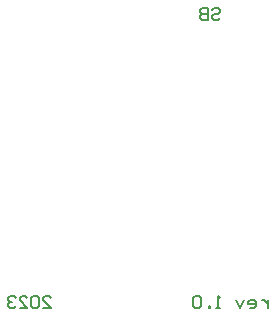
<source format=gbo>
G04*
G04 #@! TF.GenerationSoftware,Altium Limited,Altium Designer,23.7.1 (13)*
G04*
G04 Layer_Color=32896*
%FSLAX25Y25*%
%MOIN*%
G70*
G04*
G04 #@! TF.SameCoordinates,94D171D2-8780-4672-B2B7-694C8E849A20*
G04*
G04*
G04 #@! TF.FilePolarity,Positive*
G04*
G01*
G75*
%ADD11C,0.00787*%
D11*
X47899Y5906D02*
X50523D01*
X47899Y8530D01*
Y9186D01*
X48555Y9842D01*
X49867D01*
X50523Y9186D01*
X46587D02*
X45931Y9842D01*
X44619D01*
X43963Y9186D01*
Y6562D01*
X44619Y5906D01*
X45931D01*
X46587Y6562D01*
Y9186D01*
X40027Y5906D02*
X42651D01*
X40027Y8530D01*
Y9186D01*
X40683Y9842D01*
X41995D01*
X42651Y9186D01*
X38715D02*
X38059Y9842D01*
X36748D01*
X36092Y9186D01*
Y8530D01*
X36748Y7874D01*
X37404D01*
X36748D01*
X36092Y7218D01*
Y6562D01*
X36748Y5906D01*
X38059D01*
X38715Y6562D01*
X122699Y8530D02*
Y5906D01*
Y7218D01*
X122043Y7874D01*
X121388Y8530D01*
X120731D01*
X116796Y5906D02*
X118108D01*
X118764Y6562D01*
Y7874D01*
X118108Y8530D01*
X116796D01*
X116140Y7874D01*
Y7218D01*
X118764D01*
X114828Y8530D02*
X113516Y5906D01*
X112204Y8530D01*
X106956Y5906D02*
X105645D01*
X106300D01*
Y9842D01*
X106956Y9186D01*
X103677Y5906D02*
Y6562D01*
X103021D01*
Y5906D01*
X103677D01*
X100397Y9186D02*
X99741Y9842D01*
X98429D01*
X97773Y9186D01*
Y6562D01*
X98429Y5906D01*
X99741D01*
X100397Y6562D01*
Y9186D01*
X104199Y105249D02*
X104855Y105905D01*
X106167D01*
X106823Y105249D01*
Y104593D01*
X106167Y103937D01*
X104855D01*
X104199Y103281D01*
Y102625D01*
X104855Y101969D01*
X106167D01*
X106823Y102625D01*
X102887Y105905D02*
Y101969D01*
X100919D01*
X100264Y102625D01*
Y103281D01*
X100919Y103937D01*
X102887D01*
X100919D01*
X100264Y104593D01*
Y105249D01*
X100919Y105905D01*
X102887D01*
M02*

</source>
